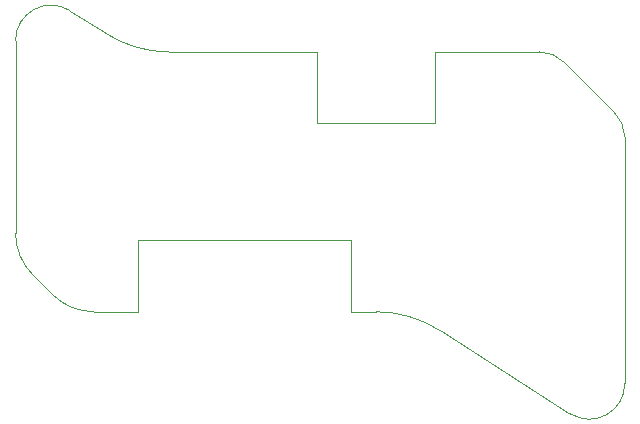
<source format=gbr>
%TF.GenerationSoftware,KiCad,Pcbnew,8.0.4*%
%TF.CreationDate,2024-12-12T19:09:39+08:00*%
%TF.ProjectId,SB-fan-board,53422d66-616e-42d6-926f-6172642e6b69,B0*%
%TF.SameCoordinates,Original*%
%TF.FileFunction,Profile,NP*%
%FSLAX46Y46*%
G04 Gerber Fmt 4.6, Leading zero omitted, Abs format (unit mm)*
G04 Created by KiCad (PCBNEW 8.0.4) date 2024-12-12 19:09:39*
%MOMM*%
%LPD*%
G01*
G04 APERTURE LIST*
%TA.AperFunction,Profile*%
%ADD10C,0.050000*%
%TD*%
G04 APERTURE END LIST*
D10*
X170600000Y-88122727D02*
X170600000Y-94164009D01*
X143663788Y-91041777D02*
X145322689Y-92701679D01*
X193780000Y-100222238D02*
X193780000Y-79352514D01*
X177750170Y-72164020D02*
X186551112Y-72164020D01*
X142200010Y-87506300D02*
X142200010Y-71199957D01*
X155210000Y-72164000D02*
G75*
G02*
X149834204Y-70596130I0J10000000D01*
G01*
X178099890Y-95731789D02*
X189168235Y-102788009D01*
X192869312Y-77252319D02*
G75*
G02*
X193780001Y-79352514I-2091312J-2154381D01*
G01*
X177750170Y-78164020D02*
X177750170Y-72164020D01*
X148858600Y-94164000D02*
X152600000Y-94164000D01*
X143663788Y-91041777D02*
G75*
G02*
X142199983Y-87506300I3537412J3535377D01*
G01*
X167750000Y-72164000D02*
X167750000Y-78164000D01*
X142200010Y-71199957D02*
G75*
G02*
X146803565Y-68663985I3000190J157D01*
G01*
X172724235Y-94164009D02*
G75*
G02*
X178099879Y-95731806I-35J-9999991D01*
G01*
X148858600Y-94164000D02*
G75*
G02*
X145322689Y-92701679I0J5006100D01*
G01*
X152600000Y-88122727D02*
X152600000Y-94164000D01*
X149834204Y-70596130D02*
X146803565Y-68663985D01*
X186551112Y-72164020D02*
G75*
G02*
X188659011Y-73042989I-10912J-2993180D01*
G01*
X155210000Y-72164000D02*
X167750000Y-72164000D01*
X170600000Y-94164009D02*
X172724235Y-94164009D01*
X192869312Y-77252319D02*
X188659000Y-73043000D01*
X193780000Y-100222238D02*
G75*
G02*
X189168235Y-102788008I-2999000J-37062D01*
G01*
%TO.C,J2*%
X170600000Y-88122727D02*
X160600000Y-88122727D01*
%TO.C,J3*%
X160600000Y-88122727D02*
X152600000Y-88122727D01*
%TO.C,J1*%
X167750000Y-78164000D02*
X177750000Y-78164000D01*
%TD*%
M02*

</source>
